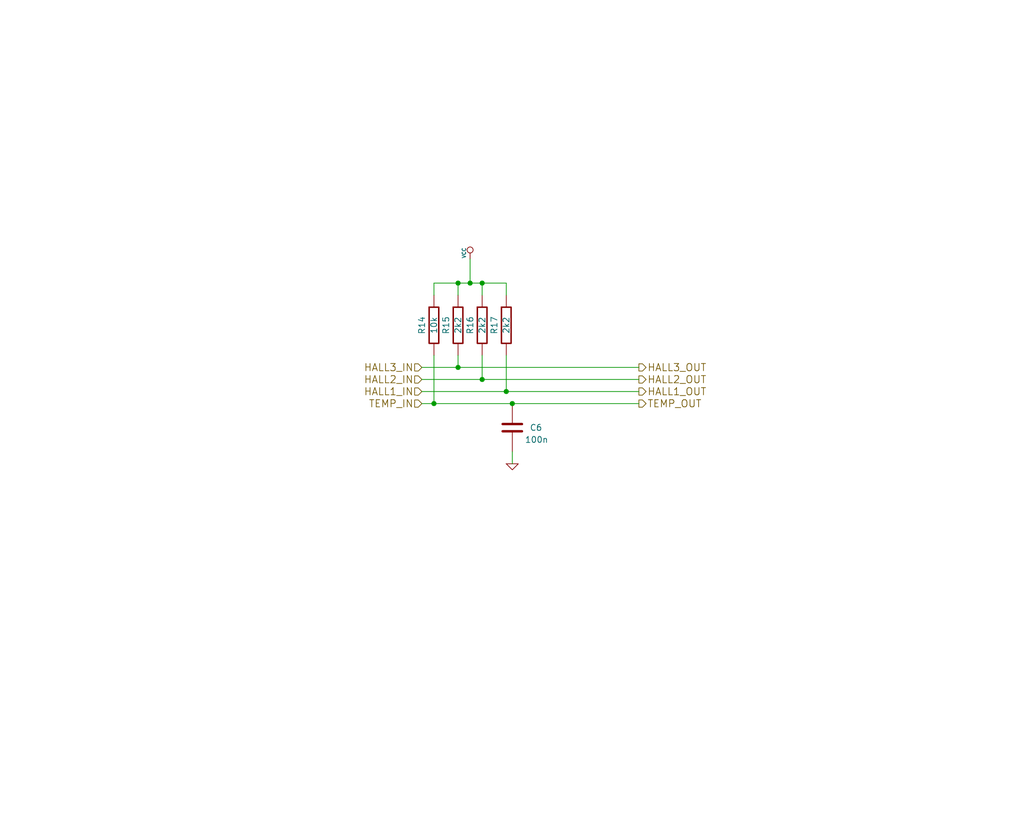
<source format=kicad_sch>
(kicad_sch (version 20230121) (generator eeschema)
  (paper "User" 215.798 175.412)
  (title_block (title "Cheap FOCer 2") (date "2020-04-08") (rev "0.9") (company "Shaman Systems") (comment 1 "Root") (comment 4 "Top level"))
  (lib_symbols
    (symbol "BLDC_4-rescue:C-RESCUE-BLDC_4" (pin_numbers hide) (pin_names (offset 0.254))
      (property "Reference" "C" (at 0 2.54 0))
      (property "Value" "C-RESCUE-BLDC_4" (at 0.1524 -2.159 0))
      (symbol "C-RESCUE-BLDC_4_0_1"
        (polyline (pts (xy -2.032 -0.762) (xy 2.032 -0.762)) (stroke (width 0.508)))
        (polyline (pts (xy -2.032 0.762) (xy 2.032 0.762)) (stroke (width 0.508)))
      )
      (symbol "C-RESCUE-BLDC_4_1_1"
        (pin passive line (at 0 5.08 270) (length 4.318) (name "~") (number "1"))
        (pin passive line (at 0 -5.08 90) (length 4.318) (name "~") (number "2"))
      )
    )
    (symbol "BLDC_4-rescue:GND-RESCUE-BLDC_4" (power) (pin_names (offset 0))
      (symbol "GND-RESCUE-BLDC_4_0_1"
        (polyline (pts (xy -1.27 0) (xy 0 -1.27) (xy 1.27 0) (xy -1.27 0)))
      )
      (symbol "GND-RESCUE-BLDC_4_1_1"
        (pin power_in line (at 0 0 90) (length 0) hide (name "GND") (number "1"))
      )
    )
    (symbol "BLDC_4-rescue:R-RESCUE-BLDC_4" (pin_numbers hide) (pin_names (offset 0))
      (property "Reference" "R" (at 2.032 0 90))
      (property "Value" "R-RESCUE-BLDC_4" (at 0.1778 0.0254 90))
      (symbol "R-RESCUE-BLDC_4_0_1"
        (rectangle (start -1.016 3.81) (end 1.016 -3.81) (stroke (width 0.3048)))
      )
      (symbol "R-RESCUE-BLDC_4_1_1"
        (pin passive line (at 0 6.35 270) (length 2.54) (name "~") (number "1"))
        (pin passive line (at 0 -6.35 90) (length 2.54) (name "~") (number "2"))
      )
    )
    (symbol "BLDC_4-rescue:VCC" (power) (pin_names (offset 0))
      (property "Value" "VCC" (at 0 3.81 0))
      (symbol "VCC_0_1"
        (polyline (pts (xy 0 0) (xy 0 1.27)))
        (circle (center 0 1.905) (radius 0.635))
      )
      (symbol "VCC_1_1"
        (pin power_in line (at 0 0 90) (length 0) hide (name "VCC") (number "1"))
      )
    )
  )
  (junction (at 96.52 77.47))
  (junction (at 99.06 59.69))
  (junction (at 96.52 59.69))
  (junction (at 91.44 85.09))
  (junction (at 106.68 82.55))
  (junction (at 107.95 85.09))
  (junction (at 101.6 80.01))
  (junction (at 101.6 59.69))
  (wire (pts (xy 107.95 85.09) (xy 134.62 85.09)))
  (wire (pts (xy 88.9 77.47) (xy 96.52 77.47)))
  (wire (pts (xy 106.68 82.55) (xy 134.62 82.55)))
  (wire (pts (xy 99.06 59.69) (xy 101.6 59.69)))
  (wire (pts (xy 107.95 95.25) (xy 107.95 97.79)))
  (wire (pts (xy 101.6 74.93) (xy 101.6 80.01)))
  (wire (pts (xy 101.6 59.69) (xy 101.6 62.23)))
  (wire (pts (xy 96.52 62.23) (xy 96.52 59.69)))
  (wire (pts (xy 91.44 85.09) (xy 107.95 85.09)))
  (wire (pts (xy 101.6 80.01) (xy 134.62 80.01)))
  (wire (pts (xy 96.52 77.47) (xy 134.62 77.47)))
  (wire (pts (xy 99.06 54.61) (xy 99.06 59.69)))
  (wire (pts (xy 91.44 59.69) (xy 91.44 62.23)))
  (wire (pts (xy 88.9 80.01) (xy 101.6 80.01)))
  (wire (pts (xy 96.52 59.69) (xy 99.06 59.69)))
  (wire (pts (xy 88.9 85.09) (xy 91.44 85.09)))
  (wire (pts (xy 101.6 59.69) (xy 106.68 59.69)))
  (wire (pts (xy 106.68 59.69) (xy 106.68 62.23)))
  (wire (pts (xy 91.44 59.69) (xy 96.52 59.69)))
  (wire (pts (xy 96.52 74.93) (xy 96.52 77.47)))
  (wire (pts (xy 106.68 74.93) (xy 106.68 82.55)))
  (wire (pts (xy 88.9 82.55) (xy 106.68 82.55)))
  (wire (pts (xy 91.44 74.93) (xy 91.44 85.09)))
  (hierarchical_label "TEMP_OUT" (shape output) (at 134.62 85.09 0) (effects (font (size 1.524 1.524))))
  (hierarchical_label "HALL3_IN" (shape input) (at 88.9 77.47 180) (effects (font (size 1.524 1.524))))
  (hierarchical_label "HALL2_IN" (shape input) (at 88.9 80.01 180) (effects (font (size 1.524 1.524))))
  (hierarchical_label "HALL1_IN" (shape input) (at 88.9 82.55 180) (effects (font (size 1.524 1.524))))
  (hierarchical_label "HALL2_OUT" (shape output) (at 134.62 80.01 0) (effects (font (size 1.524 1.524))))
  (hierarchical_label "TEMP_IN" (shape input) (at 88.9 85.09 180) (effects (font (size 1.524 1.524))))
  (hierarchical_label "HALL3_OUT" (shape output) (at 134.62 77.47 0) (effects (font (size 1.524 1.524))))
  (hierarchical_label "HALL1_OUT" (shape output) (at 134.62 82.55 0) (effects (font (size 1.524 1.524))))
  (symbol (lib_id "BLDC_4-rescue:R-RESCUE-BLDC_4") (at 91.44 68.58 180) (unit 1)
    (property "Reference" "R14" (at 88.9 68.58 90))
    (property "Value" "10k" (at 91.44 68.58 90))
    (property "Footprint" "Resistor_SMD:R_0603_1608Metric" (effects hide))
  )
  (symbol (lib_id "BLDC_4-rescue:R-RESCUE-BLDC_4") (at 96.52 68.58 180) (unit 1)
    (property "Reference" "R15" (at 93.98 68.58 90))
    (property "Value" "2k2" (at 96.52 68.58 90))
    (property "Footprint" "Resistor_SMD:R_0603_1608Metric" (effects hide))
  )
  (symbol (lib_id "BLDC_4-rescue:R-RESCUE-BLDC_4") (at 101.6 68.58 180) (unit 1)
    (property "Reference" "R16" (at 99.06 68.58 90))
    (property "Value" "2k2" (at 101.6 68.58 90))
    (property "Footprint" "Resistor_SMD:R_0603_1608Metric" (effects hide))
  )
  (symbol (lib_id "BLDC_4-rescue:R-RESCUE-BLDC_4") (at 106.68 68.58 180) (unit 1)
    (property "Reference" "R17" (at 104.14 68.58 90))
    (property "Value" "2k2" (at 106.68 68.58 90))
    (property "Footprint" "Resistor_SMD:R_0603_1608Metric" (effects hide))
  )
  (symbol (lib_id "BLDC_4-rescue:VCC") (at 99.06 54.61 0) (unit 1)
    (property "Reference" "#PWR023" (effects hide))
    (property "Value" "VCC" (at 97.79 53.34 90) (effects (font (size 0.762 0.762))))
  )
  (symbol (lib_id "BLDC_4-rescue:C-RESCUE-BLDC_4") (at 107.95 90.17 180) (unit 1)
    (property "Reference" "C6" (at 114.3 90.17 0) (effects (justify left)))
    (property "Value" "100n" (at 115.57 92.71 0) (effects (justify left)))
    (property "Footprint" "Capacitor_SMD:C_0603_1608Metric" (effects hide))
    (instances (project "Stupid_FOCer" (path "" (reference "C6") (unit 1)) (path "" (reference "C?") (unit 1))))
  )
  (symbol (lib_id "BLDC_4-rescue:GND-RESCUE-BLDC_4") (at 107.95 97.79 0) (unit 1)
    (property "Reference" "#PWR024" (effects hide))
    (property "Value" "GND" (effects hide))
    (instances (project "Stupid_FOCer" (path "" (reference "#PWR024") (unit 1)) (path "" (reference "#PWR?") (unit 1))))
  )
)
</source>
